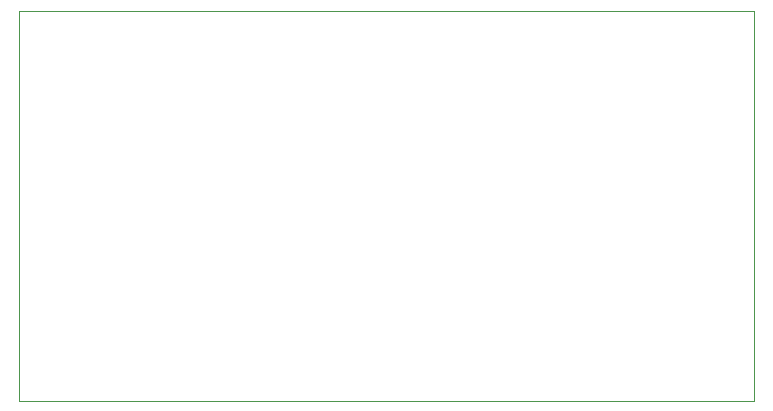
<source format=gbr>
%FSLAX34Y34*%
G04 Gerber Fmt 3.4, Leading zero omitted, Abs format*
G04 (created by PCBNEW (2014-jan-25)-product) date Wed 30 Apr 2014 07:54:19 PM MDT*
%MOIN*%
G01*
G70*
G90*
G04 APERTURE LIST*
%ADD10C,0.003937*%
G04 APERTURE END LIST*
G54D10*
X44500Y-28000D02*
X44500Y-28500D01*
X69000Y-28000D02*
X44500Y-28000D01*
X69000Y-41000D02*
X69000Y-28000D01*
X44500Y-41000D02*
X69000Y-41000D01*
X44500Y-28500D02*
X44500Y-41000D01*
M02*

</source>
